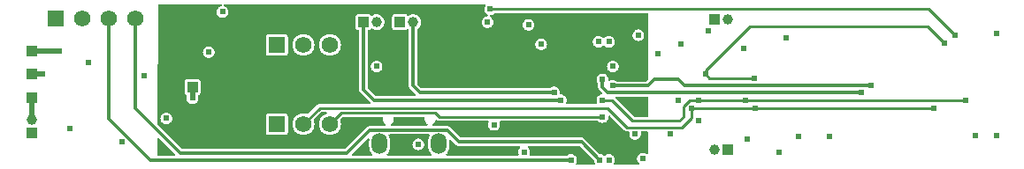
<source format=gbl>
G04 Layer: BottomLayer*
G04 EasyEDA v6.5.22, 2023-02-02 12:04:13*
G04 e40c6f2ac48d42a8ab01bc531f02f979,d89026aa57f64e8aa15d5895f5b481f1,10*
G04 Gerber Generator version 0.2*
G04 Scale: 100 percent, Rotated: No, Reflected: No *
G04 Dimensions in millimeters *
G04 leading zeros omitted , absolute positions ,4 integer and 5 decimal *
%FSLAX45Y45*%
%MOMM*%

%AMMACRO1*21,1,$1,$2,0,0,$3*%
%ADD10C,0.2500*%
%ADD11C,0.3000*%
%ADD12C,0.5000*%
%ADD13MACRO1,1.016X1.016X0.0000*%
%ADD14R,1.0160X1.0160*%
%ADD15O,1.499997X1.9999959999999999*%
%ADD16R,1.0000X1.0000*%
%ADD17C,1.0000*%
%ADD18C,1.5748*%
%ADD19R,1.5748X1.5748*%
%ADD20C,0.6096*%
%ADD21C,0.0110*%

%LPD*%
G36*
X5970066Y-1111707D02*
G01*
X5966206Y-1110945D01*
X5962904Y-1108710D01*
X5787694Y-933297D01*
X5785459Y-929995D01*
X5784697Y-926084D01*
X5785459Y-922223D01*
X5787694Y-918921D01*
X5790996Y-916686D01*
X5794857Y-915924D01*
X6089853Y-915924D01*
X6093714Y-916736D01*
X6097016Y-918921D01*
X6099200Y-922223D01*
X6100013Y-926084D01*
X6100013Y-1101547D01*
X6099200Y-1105408D01*
X6097016Y-1108710D01*
X6093714Y-1110945D01*
X6089853Y-1111707D01*
G37*

%LPD*%
G36*
X3644900Y-1196594D02*
G01*
X3640683Y-1195679D01*
X3637229Y-1193088D01*
X3635146Y-1189329D01*
X3634841Y-1185062D01*
X3636314Y-1180998D01*
X3639312Y-1177950D01*
X3644239Y-1174648D01*
X3650843Y-1168349D01*
X3656228Y-1160983D01*
X3660140Y-1152753D01*
X3662578Y-1143965D01*
X3663391Y-1134922D01*
X3662375Y-1124559D01*
X3662883Y-1120394D01*
X3664965Y-1116736D01*
X3668420Y-1114298D01*
X3672535Y-1113383D01*
X3952798Y-1113383D01*
X3957065Y-1114348D01*
X3960571Y-1117041D01*
X3962603Y-1120952D01*
X3962755Y-1125372D01*
X3961892Y-1130350D01*
X3961892Y-1139444D01*
X3963517Y-1148435D01*
X3966718Y-1156970D01*
X3971391Y-1164793D01*
X3977386Y-1171651D01*
X3988104Y-1180388D01*
X3989882Y-1184452D01*
X3989781Y-1188923D01*
X3987800Y-1192885D01*
X3984294Y-1195628D01*
X3979926Y-1196594D01*
G37*

%LPD*%
G36*
X1646224Y-1421638D02*
G01*
X1642364Y-1420876D01*
X1639062Y-1418640D01*
X1406448Y-1186078D01*
X1404264Y-1182725D01*
X1403502Y-1178814D01*
X1411528Y-36017D01*
X1412341Y-32105D01*
X1414526Y-28854D01*
X1417828Y-26670D01*
X1421688Y-25908D01*
X2007463Y-25908D01*
X2011527Y-26771D01*
X2014880Y-29159D01*
X2017014Y-32715D01*
X2017572Y-36830D01*
X2016404Y-40792D01*
X2013762Y-43992D01*
X2010054Y-45872D01*
X2005736Y-47040D01*
X1996795Y-51206D01*
X1988769Y-56845D01*
X1981809Y-63754D01*
X1976170Y-71831D01*
X1972056Y-80721D01*
X1969516Y-90220D01*
X1968652Y-100025D01*
X1969516Y-109778D01*
X1972056Y-119278D01*
X1976170Y-128168D01*
X1981809Y-136245D01*
X1988769Y-143154D01*
X1996795Y-148793D01*
X2005736Y-152958D01*
X2015185Y-155498D01*
X2024989Y-156362D01*
X2034793Y-155498D01*
X2044242Y-152958D01*
X2053183Y-148793D01*
X2061210Y-143154D01*
X2068169Y-136245D01*
X2073808Y-128168D01*
X2077923Y-119278D01*
X2080463Y-109778D01*
X2081326Y-100025D01*
X2080463Y-90220D01*
X2077923Y-80721D01*
X2073808Y-71831D01*
X2068169Y-63754D01*
X2061210Y-56845D01*
X2053183Y-51206D01*
X2044242Y-47040D01*
X2039924Y-45872D01*
X2036216Y-43992D01*
X2033574Y-40792D01*
X2032406Y-36830D01*
X2032965Y-32715D01*
X2035098Y-29159D01*
X2038451Y-26771D01*
X2042515Y-25908D01*
X4533849Y-25908D01*
X4538116Y-26873D01*
X4541621Y-29514D01*
X4543653Y-33426D01*
X4543856Y-37846D01*
X4542129Y-41910D01*
X4538675Y-46837D01*
X4534560Y-55727D01*
X4532020Y-65227D01*
X4531156Y-75031D01*
X4532020Y-84785D01*
X4534560Y-94284D01*
X4538675Y-103174D01*
X4544314Y-111252D01*
X4551273Y-118160D01*
X4559300Y-123799D01*
X4561281Y-124714D01*
X4564786Y-127406D01*
X4566818Y-131318D01*
X4567021Y-135686D01*
X4565294Y-139750D01*
X4562094Y-142748D01*
X4557877Y-144068D01*
X4552696Y-144526D01*
X4543247Y-147066D01*
X4534306Y-151180D01*
X4526280Y-156819D01*
X4519320Y-163779D01*
X4513681Y-171805D01*
X4509566Y-180746D01*
X4507026Y-190195D01*
X4506163Y-199999D01*
X4507026Y-209804D01*
X4509566Y-219252D01*
X4513681Y-228193D01*
X4519320Y-236220D01*
X4526280Y-243179D01*
X4534306Y-248818D01*
X4543247Y-252933D01*
X4552696Y-255473D01*
X4562500Y-256336D01*
X4572304Y-255473D01*
X4581753Y-252933D01*
X4590694Y-248818D01*
X4598720Y-243179D01*
X4605680Y-236220D01*
X4611319Y-228193D01*
X4615434Y-219252D01*
X4617974Y-209804D01*
X4618837Y-199999D01*
X4617974Y-190195D01*
X4615434Y-180746D01*
X4611319Y-171805D01*
X4605680Y-163779D01*
X4598720Y-156819D01*
X4590694Y-151180D01*
X4588713Y-150266D01*
X4585208Y-147624D01*
X4583176Y-143713D01*
X4582972Y-139293D01*
X4584700Y-135229D01*
X4587900Y-132283D01*
X4592116Y-130962D01*
X4597298Y-130505D01*
X4606747Y-127965D01*
X4615688Y-123799D01*
X4623714Y-118160D01*
X4625492Y-116382D01*
X4628794Y-114198D01*
X4632706Y-113385D01*
X6089853Y-113385D01*
X6093714Y-114198D01*
X6097016Y-116382D01*
X6099200Y-119684D01*
X6100013Y-123545D01*
X6100013Y-750570D01*
X6099200Y-754430D01*
X6097016Y-757732D01*
X6086094Y-768654D01*
X6082792Y-770890D01*
X6078931Y-771652D01*
X5805220Y-771652D01*
X5802172Y-771144D01*
X5799378Y-769823D01*
X5790692Y-763676D01*
X5781751Y-759561D01*
X5772302Y-757021D01*
X5762498Y-756158D01*
X5752693Y-757021D01*
X5743244Y-759561D01*
X5730849Y-765200D01*
X5727039Y-765352D01*
X5723432Y-764082D01*
X5720588Y-761593D01*
X5718860Y-758190D01*
X5718454Y-754430D01*
X5718860Y-750011D01*
X5717997Y-740206D01*
X5715457Y-730758D01*
X5711291Y-721817D01*
X5705652Y-713790D01*
X5698744Y-706831D01*
X5690666Y-701192D01*
X5681776Y-697077D01*
X5672277Y-694537D01*
X5662523Y-693674D01*
X5652719Y-694537D01*
X5643219Y-697077D01*
X5634329Y-701192D01*
X5626252Y-706831D01*
X5619343Y-713790D01*
X5613704Y-721817D01*
X5609539Y-730758D01*
X5606999Y-740206D01*
X5606135Y-750011D01*
X5606999Y-759815D01*
X5609539Y-769264D01*
X5613704Y-778205D01*
X5619750Y-786841D01*
X5621121Y-789584D01*
X5621578Y-792683D01*
X5621578Y-824484D01*
X5622442Y-832967D01*
X5624728Y-840638D01*
X5628538Y-847699D01*
X5633923Y-854303D01*
X5657189Y-877519D01*
X5659475Y-881075D01*
X5660136Y-885240D01*
X5659069Y-889355D01*
X5656376Y-892606D01*
X5652617Y-894537D01*
X5643219Y-897077D01*
X5634329Y-901192D01*
X5626252Y-906830D01*
X5619343Y-913790D01*
X5613704Y-921816D01*
X5609539Y-930757D01*
X5606999Y-940206D01*
X5606135Y-950010D01*
X5606999Y-959815D01*
X5609539Y-969264D01*
X5610809Y-972007D01*
X5611774Y-975969D01*
X5611114Y-979982D01*
X5608929Y-983386D01*
X5605576Y-985672D01*
X5601614Y-986485D01*
X5323382Y-986485D01*
X5319420Y-985672D01*
X5316067Y-983386D01*
X5313883Y-979982D01*
X5313222Y-975969D01*
X5314188Y-972007D01*
X5315458Y-969264D01*
X5317998Y-959815D01*
X5318861Y-950010D01*
X5317998Y-940206D01*
X5315458Y-930757D01*
X5311292Y-921816D01*
X5305653Y-913790D01*
X5298744Y-906830D01*
X5290667Y-901192D01*
X5281777Y-897077D01*
X5272278Y-894537D01*
X5264912Y-893876D01*
X5261102Y-892759D01*
X5258003Y-890269D01*
X5256072Y-886815D01*
X5255666Y-882853D01*
X5256326Y-875030D01*
X5255463Y-865225D01*
X5252923Y-855726D01*
X5248808Y-846836D01*
X5243169Y-838758D01*
X5236210Y-831850D01*
X5228183Y-826211D01*
X5219242Y-822045D01*
X5209794Y-819505D01*
X5199989Y-818641D01*
X5190185Y-819505D01*
X5180736Y-822045D01*
X5171795Y-826211D01*
X5163159Y-832256D01*
X5160416Y-833628D01*
X5157317Y-834085D01*
X3933647Y-834085D01*
X3929786Y-833323D01*
X3926484Y-831138D01*
X3893921Y-798576D01*
X3891686Y-795274D01*
X3890924Y-791362D01*
X3891787Y-269240D01*
X3892346Y-265887D01*
X3893972Y-262991D01*
X3905656Y-252628D01*
X3913073Y-243636D01*
X3919016Y-233679D01*
X3923334Y-222910D01*
X3925976Y-211582D01*
X3926890Y-199999D01*
X3925976Y-188417D01*
X3923334Y-177088D01*
X3919016Y-166319D01*
X3913073Y-156362D01*
X3905656Y-147370D01*
X3896969Y-139649D01*
X3887266Y-133350D01*
X3876649Y-128574D01*
X3865422Y-125526D01*
X3853891Y-124155D01*
X3842308Y-124612D01*
X3830878Y-126847D01*
X3819956Y-130759D01*
X3805326Y-138582D01*
X3801160Y-138734D01*
X3797249Y-137109D01*
X3790086Y-129794D01*
X3785209Y-126695D01*
X3779723Y-124815D01*
X3773424Y-124104D01*
X3674567Y-124104D01*
X3668217Y-124815D01*
X3662781Y-126695D01*
X3657904Y-129794D01*
X3653790Y-133908D01*
X3650691Y-138785D01*
X3648811Y-144272D01*
X3648100Y-150571D01*
X3648100Y-249428D01*
X3648811Y-255727D01*
X3650691Y-261213D01*
X3653790Y-266090D01*
X3657904Y-270205D01*
X3662781Y-273304D01*
X3668217Y-275183D01*
X3674567Y-275894D01*
X3773424Y-275894D01*
X3779723Y-275183D01*
X3785209Y-273304D01*
X3790086Y-270205D01*
X3792626Y-267665D01*
X3795928Y-265480D01*
X3799840Y-264718D01*
X3803700Y-265480D01*
X3807002Y-267716D01*
X3809187Y-270967D01*
X3809949Y-274878D01*
X3809085Y-811936D01*
X3809898Y-820419D01*
X3812235Y-828090D01*
X3815994Y-835152D01*
X3821379Y-841705D01*
X3871417Y-891743D01*
X3873601Y-895045D01*
X3874363Y-898956D01*
X3873601Y-902817D01*
X3871417Y-906119D01*
X3868115Y-908354D01*
X3864203Y-909116D01*
X3496157Y-909116D01*
X3492296Y-908354D01*
X3488994Y-906119D01*
X3417874Y-835050D01*
X3415690Y-831748D01*
X3414928Y-827836D01*
X3414928Y-285953D01*
X3415588Y-282346D01*
X3417519Y-279196D01*
X3420414Y-276910D01*
X3423920Y-275844D01*
X3429762Y-275183D01*
X3435197Y-273304D01*
X3440125Y-270205D01*
X3447237Y-262890D01*
X3451148Y-261264D01*
X3455314Y-261416D01*
X3469944Y-269240D01*
X3480866Y-273151D01*
X3492296Y-275386D01*
X3503879Y-275844D01*
X3515461Y-274472D01*
X3526637Y-271424D01*
X3537254Y-266649D01*
X3547008Y-260350D01*
X3555644Y-252628D01*
X3563061Y-243636D01*
X3569004Y-233679D01*
X3573322Y-222910D01*
X3575964Y-211582D01*
X3576878Y-199999D01*
X3575964Y-188417D01*
X3573322Y-177088D01*
X3569004Y-166319D01*
X3563061Y-156362D01*
X3555644Y-147370D01*
X3547008Y-139649D01*
X3537254Y-133350D01*
X3526637Y-128574D01*
X3515461Y-125526D01*
X3503879Y-124155D01*
X3492296Y-124612D01*
X3480866Y-126847D01*
X3469944Y-130759D01*
X3455314Y-138582D01*
X3451148Y-138734D01*
X3447237Y-137109D01*
X3440125Y-129794D01*
X3435197Y-126695D01*
X3429762Y-124815D01*
X3423412Y-124104D01*
X3324555Y-124104D01*
X3318256Y-124815D01*
X3312769Y-126695D01*
X3307892Y-129794D01*
X3303778Y-133908D01*
X3300729Y-138785D01*
X3298799Y-144272D01*
X3298088Y-150571D01*
X3298088Y-249428D01*
X3298799Y-255727D01*
X3300729Y-261213D01*
X3303778Y-266090D01*
X3307892Y-270205D01*
X3312769Y-273304D01*
X3318256Y-275183D01*
X3324098Y-275844D01*
X3327603Y-276910D01*
X3330498Y-279196D01*
X3332429Y-282346D01*
X3333089Y-285953D01*
X3333089Y-848512D01*
X3333953Y-856996D01*
X3336239Y-864666D01*
X3340049Y-871728D01*
X3345434Y-878281D01*
X3436264Y-969162D01*
X3438499Y-972413D01*
X3439261Y-976325D01*
X3438499Y-980186D01*
X3436264Y-983487D01*
X3432962Y-985723D01*
X3429101Y-986485D01*
X2956560Y-986485D01*
X2948584Y-987247D01*
X2941370Y-989431D01*
X2934716Y-992987D01*
X2928518Y-998067D01*
X2846273Y-1080465D01*
X2843174Y-1082598D01*
X2839567Y-1083462D01*
X2835859Y-1082903D01*
X2827070Y-1079957D01*
X2813659Y-1077264D01*
X2799994Y-1076350D01*
X2786329Y-1077264D01*
X2772918Y-1079957D01*
X2759964Y-1084326D01*
X2747670Y-1090371D01*
X2736291Y-1097991D01*
X2726029Y-1107033D01*
X2716987Y-1117295D01*
X2709367Y-1128674D01*
X2703322Y-1140968D01*
X2698953Y-1153922D01*
X2696260Y-1167333D01*
X2695346Y-1180998D01*
X2696260Y-1194663D01*
X2698953Y-1208074D01*
X2703322Y-1221028D01*
X2709367Y-1233322D01*
X2716987Y-1244701D01*
X2726029Y-1254963D01*
X2736291Y-1264005D01*
X2747670Y-1271625D01*
X2759964Y-1277670D01*
X2772918Y-1282039D01*
X2786329Y-1284732D01*
X2799994Y-1285646D01*
X2813659Y-1284732D01*
X2827070Y-1282039D01*
X2840024Y-1277670D01*
X2852318Y-1271625D01*
X2863697Y-1264005D01*
X2873959Y-1254963D01*
X2883001Y-1244701D01*
X2890621Y-1233322D01*
X2896666Y-1221028D01*
X2901035Y-1208074D01*
X2903728Y-1194663D01*
X2904642Y-1180998D01*
X2903728Y-1167333D01*
X2901035Y-1153922D01*
X2898140Y-1145286D01*
X2897581Y-1141577D01*
X2898444Y-1137920D01*
X2900578Y-1134821D01*
X2969006Y-1066292D01*
X2972308Y-1064056D01*
X2976168Y-1063294D01*
X3014370Y-1063294D01*
X3018383Y-1064107D01*
X3021685Y-1066393D01*
X3023870Y-1069848D01*
X3024530Y-1073861D01*
X3023565Y-1077772D01*
X3021177Y-1081024D01*
X3017672Y-1083056D01*
X3013964Y-1084326D01*
X3001670Y-1090371D01*
X2990291Y-1097991D01*
X2980029Y-1107033D01*
X2970987Y-1117295D01*
X2963367Y-1128674D01*
X2957322Y-1140968D01*
X2952953Y-1153922D01*
X2950260Y-1167333D01*
X2949346Y-1180998D01*
X2950260Y-1194663D01*
X2952953Y-1208074D01*
X2957322Y-1221028D01*
X2963367Y-1233322D01*
X2970987Y-1244701D01*
X2980029Y-1254963D01*
X2990291Y-1264005D01*
X3001670Y-1271625D01*
X3013964Y-1277670D01*
X3026918Y-1282039D01*
X3040329Y-1284732D01*
X3053994Y-1285646D01*
X3067659Y-1284732D01*
X3081070Y-1282039D01*
X3094024Y-1277670D01*
X3106318Y-1271625D01*
X3117697Y-1264005D01*
X3127959Y-1254963D01*
X3137001Y-1244701D01*
X3144621Y-1233322D01*
X3150666Y-1221028D01*
X3155035Y-1208074D01*
X3157728Y-1194663D01*
X3158642Y-1180998D01*
X3157728Y-1167333D01*
X3155035Y-1153922D01*
X3152089Y-1145235D01*
X3151581Y-1141526D01*
X3152444Y-1137869D01*
X3154527Y-1134770D01*
X3172917Y-1116380D01*
X3176219Y-1114196D01*
X3180130Y-1113383D01*
X3552799Y-1113383D01*
X3557066Y-1114348D01*
X3560572Y-1117041D01*
X3562604Y-1120952D01*
X3562756Y-1125372D01*
X3561892Y-1130350D01*
X3561892Y-1139444D01*
X3563518Y-1148435D01*
X3566718Y-1156970D01*
X3571392Y-1164793D01*
X3577386Y-1171651D01*
X3588105Y-1180388D01*
X3589883Y-1184452D01*
X3589782Y-1188923D01*
X3587800Y-1192885D01*
X3584295Y-1195628D01*
X3579926Y-1196594D01*
X3437890Y-1196594D01*
X3429406Y-1197406D01*
X3421735Y-1199743D01*
X3414674Y-1203502D01*
X3408121Y-1208887D01*
X3198622Y-1418640D01*
X3195320Y-1420825D01*
X3191408Y-1421638D01*
G37*

%LPC*%
G36*
X2467813Y-1285646D02*
G01*
X2624175Y-1285646D01*
X2630474Y-1284935D01*
X2635961Y-1283004D01*
X2640838Y-1279956D01*
X2644952Y-1275842D01*
X2648000Y-1270965D01*
X2649931Y-1265478D01*
X2650642Y-1259179D01*
X2650642Y-1102817D01*
X2649931Y-1096518D01*
X2648000Y-1091031D01*
X2644952Y-1086154D01*
X2640838Y-1082040D01*
X2635961Y-1078992D01*
X2630474Y-1077061D01*
X2624175Y-1076350D01*
X2467813Y-1076350D01*
X2461514Y-1077061D01*
X2456027Y-1078992D01*
X2451150Y-1082040D01*
X2447036Y-1086154D01*
X2443988Y-1091031D01*
X2442057Y-1096518D01*
X2441346Y-1102817D01*
X2441346Y-1259179D01*
X2442057Y-1265478D01*
X2443988Y-1270965D01*
X2447036Y-1275842D01*
X2451150Y-1279956D01*
X2456027Y-1283004D01*
X2461514Y-1284935D01*
G37*
G36*
X1487525Y-1181354D02*
G01*
X1497279Y-1180490D01*
X1506778Y-1177950D01*
X1515668Y-1173784D01*
X1523746Y-1168146D01*
X1530654Y-1161237D01*
X1536293Y-1153160D01*
X1540459Y-1144270D01*
X1542999Y-1134770D01*
X1543862Y-1125016D01*
X1542999Y-1115212D01*
X1540459Y-1105712D01*
X1536293Y-1096822D01*
X1530654Y-1088745D01*
X1523746Y-1081836D01*
X1515668Y-1076198D01*
X1506778Y-1072032D01*
X1497279Y-1069492D01*
X1487525Y-1068628D01*
X1477721Y-1069492D01*
X1468221Y-1072032D01*
X1459331Y-1076198D01*
X1451254Y-1081836D01*
X1444345Y-1088745D01*
X1438706Y-1096822D01*
X1434541Y-1105712D01*
X1432001Y-1115212D01*
X1431137Y-1125016D01*
X1432001Y-1134770D01*
X1434541Y-1144270D01*
X1438706Y-1153160D01*
X1444345Y-1161237D01*
X1451254Y-1168146D01*
X1459331Y-1173784D01*
X1468221Y-1177950D01*
X1477721Y-1180490D01*
G37*
G36*
X1737360Y-987145D02*
G01*
X1747164Y-986282D01*
X1756613Y-983742D01*
X1765554Y-979576D01*
X1773580Y-973937D01*
X1780539Y-967028D01*
X1786178Y-958951D01*
X1790293Y-950061D01*
X1792833Y-940562D01*
X1793697Y-930808D01*
X1792833Y-921003D01*
X1790496Y-912215D01*
X1790192Y-908456D01*
X1791309Y-904798D01*
X1793697Y-901852D01*
X1796948Y-899972D01*
X1799488Y-899109D01*
X1804416Y-896010D01*
X1808480Y-891895D01*
X1811578Y-887018D01*
X1813509Y-881532D01*
X1814220Y-875233D01*
X1814220Y-774750D01*
X1813509Y-768451D01*
X1811578Y-762965D01*
X1808480Y-758088D01*
X1804416Y-753973D01*
X1799488Y-750925D01*
X1794052Y-748995D01*
X1787702Y-748284D01*
X1687271Y-748284D01*
X1680921Y-748995D01*
X1675485Y-750925D01*
X1670608Y-753973D01*
X1666493Y-758088D01*
X1663395Y-762965D01*
X1661515Y-768451D01*
X1660804Y-774750D01*
X1660804Y-875233D01*
X1661515Y-881532D01*
X1663395Y-887018D01*
X1666493Y-891895D01*
X1670608Y-896010D01*
X1675485Y-899109D01*
X1677771Y-899871D01*
X1681073Y-901801D01*
X1683410Y-904748D01*
X1684528Y-908354D01*
X1684223Y-912114D01*
X1681886Y-921003D01*
X1681022Y-930808D01*
X1681886Y-940562D01*
X1684426Y-950061D01*
X1688541Y-958951D01*
X1694180Y-967028D01*
X1701139Y-973937D01*
X1709166Y-979576D01*
X1718106Y-983742D01*
X1727555Y-986282D01*
G37*
G36*
X3500018Y-681329D02*
G01*
X3509772Y-680466D01*
X3519271Y-677926D01*
X3528161Y-673811D01*
X3536238Y-668172D01*
X3543147Y-661212D01*
X3548786Y-653186D01*
X3552951Y-644245D01*
X3555492Y-634796D01*
X3556355Y-624992D01*
X3555492Y-615188D01*
X3552951Y-605739D01*
X3548786Y-596798D01*
X3543147Y-588772D01*
X3536238Y-581812D01*
X3528161Y-576173D01*
X3519271Y-572058D01*
X3509772Y-569518D01*
X3500018Y-568655D01*
X3490214Y-569518D01*
X3480714Y-572058D01*
X3471824Y-576173D01*
X3463747Y-581812D01*
X3456838Y-588772D01*
X3451199Y-596798D01*
X3447034Y-605739D01*
X3444494Y-615188D01*
X3443630Y-624992D01*
X3444494Y-634796D01*
X3447034Y-644245D01*
X3451199Y-653186D01*
X3456838Y-661212D01*
X3463747Y-668172D01*
X3471824Y-673811D01*
X3480714Y-677926D01*
X3490214Y-680466D01*
G37*
G36*
X5762498Y-681329D02*
G01*
X5772302Y-680466D01*
X5781751Y-677926D01*
X5790692Y-673811D01*
X5798718Y-668172D01*
X5805678Y-661212D01*
X5811316Y-653186D01*
X5815431Y-644245D01*
X5817971Y-634796D01*
X5818835Y-624992D01*
X5817971Y-615188D01*
X5815431Y-605739D01*
X5811316Y-596798D01*
X5805678Y-588772D01*
X5798718Y-581812D01*
X5790692Y-576173D01*
X5781751Y-572058D01*
X5772302Y-569518D01*
X5762498Y-568655D01*
X5752693Y-569518D01*
X5743244Y-572058D01*
X5734304Y-576173D01*
X5726277Y-581812D01*
X5719318Y-588772D01*
X5713679Y-596798D01*
X5709564Y-605739D01*
X5707024Y-615188D01*
X5706160Y-624992D01*
X5707024Y-634796D01*
X5709564Y-644245D01*
X5713679Y-653186D01*
X5719318Y-661212D01*
X5726277Y-668172D01*
X5734304Y-673811D01*
X5743244Y-677926D01*
X5752693Y-680466D01*
G37*
G36*
X1893316Y-543864D02*
G01*
X1903069Y-543001D01*
X1912569Y-540461D01*
X1921459Y-536295D01*
X1929536Y-530656D01*
X1936445Y-523748D01*
X1942084Y-515670D01*
X1946249Y-506780D01*
X1948789Y-497281D01*
X1949653Y-487527D01*
X1948789Y-477723D01*
X1946249Y-468223D01*
X1942084Y-459333D01*
X1936445Y-451256D01*
X1929536Y-444347D01*
X1921459Y-438708D01*
X1912569Y-434543D01*
X1903069Y-432003D01*
X1893316Y-431139D01*
X1883511Y-432003D01*
X1874012Y-434543D01*
X1865122Y-438708D01*
X1857044Y-444347D01*
X1850136Y-451256D01*
X1844497Y-459333D01*
X1840331Y-468223D01*
X1837791Y-477723D01*
X1836928Y-487527D01*
X1837791Y-497281D01*
X1840331Y-506780D01*
X1844497Y-515670D01*
X1850136Y-523748D01*
X1857044Y-530656D01*
X1865122Y-536295D01*
X1874012Y-540461D01*
X1883511Y-543001D01*
G37*
G36*
X3053994Y-523646D02*
G01*
X3067659Y-522732D01*
X3081070Y-520039D01*
X3094024Y-515670D01*
X3106318Y-509625D01*
X3117697Y-502005D01*
X3127959Y-492963D01*
X3137001Y-482701D01*
X3144621Y-471322D01*
X3150666Y-459028D01*
X3155035Y-446074D01*
X3157728Y-432663D01*
X3158642Y-418998D01*
X3157728Y-405333D01*
X3155035Y-391922D01*
X3150666Y-378968D01*
X3144621Y-366674D01*
X3137001Y-355295D01*
X3127959Y-345033D01*
X3117697Y-335991D01*
X3106318Y-328371D01*
X3094024Y-322326D01*
X3081070Y-317957D01*
X3067659Y-315264D01*
X3053994Y-314350D01*
X3040329Y-315264D01*
X3026918Y-317957D01*
X3013964Y-322326D01*
X3001670Y-328371D01*
X2990291Y-335991D01*
X2980029Y-345033D01*
X2970987Y-355295D01*
X2963367Y-366674D01*
X2957322Y-378968D01*
X2952953Y-391922D01*
X2950260Y-405333D01*
X2949346Y-418998D01*
X2950260Y-432663D01*
X2952953Y-446074D01*
X2957322Y-459028D01*
X2963367Y-471322D01*
X2970987Y-482701D01*
X2980029Y-492963D01*
X2990291Y-502005D01*
X3001670Y-509625D01*
X3013964Y-515670D01*
X3026918Y-520039D01*
X3040329Y-522732D01*
G37*
G36*
X2799994Y-523646D02*
G01*
X2813659Y-522732D01*
X2827070Y-520039D01*
X2840024Y-515670D01*
X2852318Y-509625D01*
X2863697Y-502005D01*
X2873959Y-492963D01*
X2883001Y-482701D01*
X2890621Y-471322D01*
X2896666Y-459028D01*
X2901035Y-446074D01*
X2903728Y-432663D01*
X2904642Y-418998D01*
X2903728Y-405333D01*
X2901035Y-391922D01*
X2896666Y-378968D01*
X2890621Y-366674D01*
X2883001Y-355295D01*
X2873959Y-345033D01*
X2863697Y-335991D01*
X2852318Y-328371D01*
X2840024Y-322326D01*
X2827070Y-317957D01*
X2813659Y-315264D01*
X2799994Y-314350D01*
X2786329Y-315264D01*
X2772918Y-317957D01*
X2759964Y-322326D01*
X2747670Y-328371D01*
X2736291Y-335991D01*
X2726029Y-345033D01*
X2716987Y-355295D01*
X2709367Y-366674D01*
X2703322Y-378968D01*
X2698953Y-391922D01*
X2696260Y-405333D01*
X2695346Y-418998D01*
X2696260Y-432663D01*
X2698953Y-446074D01*
X2703322Y-459028D01*
X2709367Y-471322D01*
X2716987Y-482701D01*
X2726029Y-492963D01*
X2736291Y-502005D01*
X2747670Y-509625D01*
X2759964Y-515670D01*
X2772918Y-520039D01*
X2786329Y-522732D01*
G37*
G36*
X2467813Y-523646D02*
G01*
X2624175Y-523646D01*
X2630474Y-522935D01*
X2635961Y-521004D01*
X2640838Y-517956D01*
X2644952Y-513842D01*
X2648000Y-508965D01*
X2649931Y-503478D01*
X2650642Y-497179D01*
X2650642Y-340817D01*
X2649931Y-334518D01*
X2648000Y-329031D01*
X2644952Y-324154D01*
X2640838Y-320040D01*
X2635961Y-316992D01*
X2630474Y-315061D01*
X2624175Y-314350D01*
X2467813Y-314350D01*
X2461514Y-315061D01*
X2456027Y-316992D01*
X2451150Y-320040D01*
X2447036Y-324154D01*
X2443988Y-329031D01*
X2442057Y-334518D01*
X2441346Y-340817D01*
X2441346Y-497179D01*
X2442057Y-503478D01*
X2443988Y-508965D01*
X2447036Y-513842D01*
X2451150Y-517956D01*
X2456027Y-521004D01*
X2461514Y-522935D01*
G37*
G36*
X5075021Y-468833D02*
G01*
X5084775Y-467969D01*
X5094274Y-465429D01*
X5103164Y-461314D01*
X5111242Y-455676D01*
X5118150Y-448716D01*
X5123789Y-440690D01*
X5127955Y-431749D01*
X5130495Y-422300D01*
X5131358Y-412496D01*
X5130495Y-402691D01*
X5127955Y-393242D01*
X5123789Y-384302D01*
X5118150Y-376275D01*
X5111242Y-369316D01*
X5103164Y-363677D01*
X5094274Y-359562D01*
X5084775Y-357022D01*
X5075021Y-356158D01*
X5065217Y-357022D01*
X5055717Y-359562D01*
X5046827Y-363677D01*
X5038750Y-369316D01*
X5031841Y-376275D01*
X5026202Y-384302D01*
X5022037Y-393242D01*
X5019497Y-402691D01*
X5018633Y-412496D01*
X5019497Y-422300D01*
X5022037Y-431749D01*
X5026202Y-440690D01*
X5031841Y-448716D01*
X5038750Y-455676D01*
X5046827Y-461314D01*
X5055717Y-465429D01*
X5065217Y-467969D01*
G37*
G36*
X5624982Y-443839D02*
G01*
X5634786Y-442976D01*
X5644235Y-440435D01*
X5653176Y-436321D01*
X5661202Y-430682D01*
X5667806Y-424078D01*
X5671108Y-421893D01*
X5674969Y-421081D01*
X5678881Y-421893D01*
X5682183Y-424078D01*
X5688736Y-430682D01*
X5696813Y-436321D01*
X5705703Y-440435D01*
X5715203Y-442976D01*
X5725007Y-443839D01*
X5734761Y-442976D01*
X5744260Y-440435D01*
X5753150Y-436321D01*
X5761228Y-430682D01*
X5768136Y-423722D01*
X5773775Y-415696D01*
X5777941Y-406755D01*
X5780481Y-397306D01*
X5781344Y-387502D01*
X5780481Y-377698D01*
X5777941Y-368249D01*
X5773775Y-359308D01*
X5768136Y-351282D01*
X5761228Y-344322D01*
X5753150Y-338683D01*
X5744260Y-334568D01*
X5734761Y-332028D01*
X5725007Y-331165D01*
X5715203Y-332028D01*
X5705703Y-334568D01*
X5696813Y-338683D01*
X5688736Y-344322D01*
X5682183Y-350926D01*
X5678881Y-353110D01*
X5674969Y-353923D01*
X5671108Y-353110D01*
X5667806Y-350926D01*
X5661202Y-344322D01*
X5653176Y-338683D01*
X5644235Y-334568D01*
X5634786Y-332028D01*
X5624982Y-331165D01*
X5615178Y-332028D01*
X5605729Y-334568D01*
X5596788Y-338683D01*
X5588762Y-344322D01*
X5581802Y-351282D01*
X5576163Y-359308D01*
X5572048Y-368249D01*
X5569508Y-377698D01*
X5568645Y-387502D01*
X5569508Y-397306D01*
X5572048Y-406755D01*
X5576163Y-415696D01*
X5581802Y-423722D01*
X5588762Y-430682D01*
X5596788Y-436321D01*
X5605729Y-440435D01*
X5615178Y-442976D01*
G37*
G36*
X6005779Y-381355D02*
G01*
X6015583Y-380492D01*
X6025032Y-377952D01*
X6033973Y-373786D01*
X6041999Y-368147D01*
X6048959Y-361238D01*
X6054598Y-353161D01*
X6058712Y-344271D01*
X6061252Y-334772D01*
X6062116Y-325018D01*
X6061252Y-315214D01*
X6058712Y-305714D01*
X6054598Y-296824D01*
X6048959Y-288747D01*
X6041999Y-281838D01*
X6033973Y-276199D01*
X6025032Y-272034D01*
X6015583Y-269494D01*
X6005779Y-268630D01*
X5995974Y-269494D01*
X5986526Y-272034D01*
X5977585Y-276199D01*
X5969558Y-281838D01*
X5962599Y-288747D01*
X5956960Y-296824D01*
X5952845Y-305714D01*
X5950305Y-315214D01*
X5949442Y-325018D01*
X5950305Y-334772D01*
X5952845Y-344271D01*
X5956960Y-353161D01*
X5962599Y-361238D01*
X5969558Y-368147D01*
X5977585Y-373786D01*
X5986526Y-377952D01*
X5995974Y-380492D01*
G37*
G36*
X4954778Y-281381D02*
G01*
X4964531Y-280517D01*
X4974031Y-277977D01*
X4982921Y-273812D01*
X4990998Y-268173D01*
X4997907Y-261264D01*
X5003546Y-253187D01*
X5007711Y-244297D01*
X5010251Y-234797D01*
X5011115Y-225044D01*
X5010251Y-215239D01*
X5007711Y-205740D01*
X5003546Y-196850D01*
X4997907Y-188772D01*
X4990998Y-181864D01*
X4982921Y-176225D01*
X4974031Y-172059D01*
X4964531Y-169519D01*
X4954778Y-168656D01*
X4944973Y-169519D01*
X4935474Y-172059D01*
X4926584Y-176225D01*
X4918506Y-181864D01*
X4911598Y-188772D01*
X4905959Y-196850D01*
X4901793Y-205740D01*
X4899253Y-215239D01*
X4898390Y-225044D01*
X4899253Y-234797D01*
X4901793Y-244297D01*
X4905959Y-253187D01*
X4911598Y-261264D01*
X4918506Y-268173D01*
X4926584Y-273812D01*
X4935474Y-277977D01*
X4944973Y-280517D01*
G37*

%LPD*%
G36*
X4173524Y-1484071D02*
G01*
X4169511Y-1483258D01*
X4166158Y-1480972D01*
X4164025Y-1477518D01*
X4163364Y-1473504D01*
X4164329Y-1469542D01*
X4166870Y-1466240D01*
X4175556Y-1456334D01*
X4182922Y-1445361D01*
X4188714Y-1433525D01*
X4192981Y-1421028D01*
X4195572Y-1408074D01*
X4196435Y-1394561D01*
X4196435Y-1345234D01*
X4196232Y-1341729D01*
X4196740Y-1337665D01*
X4198874Y-1334211D01*
X4202176Y-1331823D01*
X4206138Y-1330909D01*
X4210151Y-1331620D01*
X4213555Y-1333855D01*
X4258259Y-1378559D01*
X4264812Y-1383995D01*
X4271873Y-1387754D01*
X4279544Y-1390091D01*
X4288028Y-1390904D01*
X4867656Y-1390904D01*
X4871567Y-1391716D01*
X4874869Y-1393901D01*
X4877054Y-1397203D01*
X4877816Y-1401064D01*
X4877054Y-1404975D01*
X4874869Y-1408277D01*
X4869332Y-1413764D01*
X4863693Y-1421841D01*
X4859528Y-1430731D01*
X4856988Y-1440230D01*
X4856124Y-1450035D01*
X4856988Y-1459788D01*
X4860645Y-1473555D01*
X4859985Y-1477568D01*
X4857800Y-1480972D01*
X4854448Y-1483258D01*
X4850485Y-1484071D01*
G37*

%LPD*%
G36*
X1411579Y-1484071D02*
G01*
X1407668Y-1483309D01*
X1404366Y-1481074D01*
X1402181Y-1477772D01*
X1401419Y-1473860D01*
X1402486Y-1322222D01*
X1403299Y-1318361D01*
X1405483Y-1315059D01*
X1408785Y-1312926D01*
X1412646Y-1312164D01*
X1416558Y-1312926D01*
X1419809Y-1315110D01*
X1571447Y-1466748D01*
X1573631Y-1470050D01*
X1574444Y-1473911D01*
X1573631Y-1477822D01*
X1571447Y-1481124D01*
X1568145Y-1483309D01*
X1564284Y-1484071D01*
G37*

%LPD*%
G36*
X3273399Y-1484071D02*
G01*
X3269488Y-1483309D01*
X3266186Y-1481124D01*
X3264001Y-1477822D01*
X3263239Y-1473911D01*
X3264001Y-1470050D01*
X3266186Y-1466748D01*
X3412896Y-1319885D01*
X3416503Y-1317599D01*
X3420719Y-1316939D01*
X3424834Y-1318107D01*
X3428136Y-1320901D01*
X3429965Y-1324762D01*
X3430015Y-1329080D01*
X3429508Y-1331722D01*
X3428593Y-1345234D01*
X3428593Y-1394561D01*
X3429508Y-1408074D01*
X3432098Y-1421028D01*
X3436315Y-1433525D01*
X3442157Y-1445361D01*
X3449472Y-1456334D01*
X3458260Y-1466291D01*
X3460699Y-1469542D01*
X3461715Y-1473504D01*
X3461054Y-1477518D01*
X3458870Y-1480972D01*
X3455517Y-1483258D01*
X3451555Y-1484071D01*
G37*

%LPD*%
G36*
X3607511Y-1484071D02*
G01*
X3603498Y-1483258D01*
X3600145Y-1480972D01*
X3598011Y-1477518D01*
X3597351Y-1473504D01*
X3598367Y-1469542D01*
X3600856Y-1466240D01*
X3609543Y-1456334D01*
X3616909Y-1445361D01*
X3622751Y-1433525D01*
X3626967Y-1421028D01*
X3629558Y-1408074D01*
X3630422Y-1394561D01*
X3630422Y-1345234D01*
X3629558Y-1331722D01*
X3626967Y-1318818D01*
X3622751Y-1306322D01*
X3616706Y-1294180D01*
X3615131Y-1290167D01*
X3615385Y-1285798D01*
X3617417Y-1281938D01*
X3620922Y-1279347D01*
X3625189Y-1278382D01*
X3999890Y-1278382D01*
X4004157Y-1279347D01*
X4007612Y-1281938D01*
X4009644Y-1285798D01*
X4009948Y-1290167D01*
X4008170Y-1294485D01*
X4002328Y-1306322D01*
X3998061Y-1318818D01*
X3995521Y-1331722D01*
X3994607Y-1345234D01*
X3994607Y-1394561D01*
X3995521Y-1408074D01*
X3998061Y-1421028D01*
X4002328Y-1433525D01*
X4008170Y-1445361D01*
X4015486Y-1456334D01*
X4024274Y-1466291D01*
X4026712Y-1469542D01*
X4027678Y-1473504D01*
X4027068Y-1477518D01*
X4024884Y-1480972D01*
X4021531Y-1483258D01*
X4017568Y-1484071D01*
G37*

%LPC*%
G36*
X3899966Y-1431340D02*
G01*
X3909771Y-1430477D01*
X3919270Y-1427937D01*
X3928160Y-1423822D01*
X3936237Y-1418183D01*
X3943146Y-1411224D01*
X3948785Y-1403197D01*
X3952951Y-1394256D01*
X3955491Y-1384808D01*
X3956354Y-1375003D01*
X3955491Y-1365199D01*
X3952951Y-1355750D01*
X3948785Y-1346809D01*
X3943146Y-1338783D01*
X3936237Y-1331823D01*
X3928160Y-1326184D01*
X3919270Y-1322070D01*
X3909771Y-1319530D01*
X3899966Y-1318666D01*
X3890213Y-1319530D01*
X3880713Y-1322070D01*
X3871823Y-1326184D01*
X3863746Y-1331823D01*
X3856837Y-1338783D01*
X3851198Y-1346809D01*
X3847033Y-1355750D01*
X3844493Y-1365199D01*
X3843629Y-1375003D01*
X3844493Y-1384808D01*
X3847033Y-1394256D01*
X3851198Y-1403197D01*
X3856837Y-1411224D01*
X3863746Y-1418183D01*
X3871823Y-1423822D01*
X3880713Y-1427937D01*
X3890213Y-1430477D01*
G37*

%LPD*%
G36*
X5416143Y-1574088D02*
G01*
X5411876Y-1573123D01*
X5408371Y-1570482D01*
X5406339Y-1566570D01*
X5406136Y-1562150D01*
X5407863Y-1558086D01*
X5411317Y-1553159D01*
X5415432Y-1544269D01*
X5417972Y-1534769D01*
X5418836Y-1525016D01*
X5417972Y-1515211D01*
X5415432Y-1505712D01*
X5411317Y-1496822D01*
X5405678Y-1488744D01*
X5398719Y-1481836D01*
X5390692Y-1476197D01*
X5381752Y-1472031D01*
X5372303Y-1469491D01*
X5362498Y-1468628D01*
X5352694Y-1469491D01*
X5343245Y-1472031D01*
X5334304Y-1476197D01*
X5325668Y-1482242D01*
X5322874Y-1483614D01*
X5319826Y-1484071D01*
X4974488Y-1484071D01*
X4970526Y-1483258D01*
X4967173Y-1480972D01*
X4964988Y-1477568D01*
X4964328Y-1473555D01*
X4967986Y-1459788D01*
X4968849Y-1450035D01*
X4967986Y-1440230D01*
X4965446Y-1430731D01*
X4961280Y-1421841D01*
X4955641Y-1413764D01*
X4950104Y-1408277D01*
X4947920Y-1404975D01*
X4947158Y-1401064D01*
X4947920Y-1397203D01*
X4950104Y-1393901D01*
X4953406Y-1391716D01*
X4957318Y-1390904D01*
X5441391Y-1390904D01*
X5445252Y-1391716D01*
X5448554Y-1393901D01*
X5578652Y-1524000D01*
X5580684Y-1526895D01*
X5581599Y-1530299D01*
X5582005Y-1534769D01*
X5584545Y-1544269D01*
X5588660Y-1553159D01*
X5592114Y-1558086D01*
X5593842Y-1562150D01*
X5593638Y-1566570D01*
X5591606Y-1570482D01*
X5588101Y-1573123D01*
X5583834Y-1574088D01*
G37*

%LPD*%
G36*
X5778652Y-1574088D02*
G01*
X5774334Y-1573123D01*
X5770880Y-1570482D01*
X5768848Y-1566570D01*
X5768644Y-1562150D01*
X5770321Y-1558086D01*
X5773775Y-1553159D01*
X5777941Y-1544269D01*
X5780481Y-1534769D01*
X5781344Y-1525016D01*
X5780481Y-1515211D01*
X5777941Y-1505712D01*
X5773775Y-1496822D01*
X5768136Y-1488744D01*
X5761228Y-1481836D01*
X5753150Y-1476197D01*
X5744260Y-1472031D01*
X5734761Y-1469491D01*
X5725007Y-1468628D01*
X5715203Y-1469491D01*
X5705703Y-1472031D01*
X5696813Y-1476197D01*
X5685129Y-1484376D01*
X5681218Y-1485138D01*
X5677357Y-1484376D01*
X5665673Y-1476197D01*
X5656732Y-1472031D01*
X5647283Y-1469491D01*
X5642813Y-1469085D01*
X5639409Y-1468221D01*
X5636564Y-1466189D01*
X5491784Y-1321460D01*
X5485231Y-1316024D01*
X5478170Y-1312265D01*
X5470499Y-1309928D01*
X5462016Y-1309116D01*
X4308652Y-1309116D01*
X4304792Y-1308354D01*
X4301490Y-1306118D01*
X4204258Y-1208938D01*
X4197705Y-1203502D01*
X4190644Y-1199743D01*
X4182973Y-1197406D01*
X4174490Y-1196594D01*
X4044899Y-1196594D01*
X4040682Y-1195679D01*
X4037228Y-1193088D01*
X4035145Y-1189329D01*
X4034840Y-1185062D01*
X4036314Y-1180998D01*
X4039311Y-1177950D01*
X4044238Y-1174648D01*
X4050842Y-1168349D01*
X4056227Y-1160983D01*
X4060139Y-1152753D01*
X4061307Y-1148638D01*
X4063136Y-1145032D01*
X4066184Y-1142441D01*
X4069994Y-1141222D01*
X4074007Y-1141577D01*
X4078681Y-1144371D01*
X4085285Y-1147927D01*
X4092498Y-1150112D01*
X4100474Y-1150924D01*
X4564176Y-1150924D01*
X4568139Y-1151737D01*
X4571492Y-1154023D01*
X4573625Y-1157427D01*
X4574336Y-1161440D01*
X4573371Y-1165352D01*
X4572050Y-1168247D01*
X4569510Y-1177696D01*
X4568647Y-1187500D01*
X4569510Y-1197305D01*
X4572050Y-1206754D01*
X4576165Y-1215694D01*
X4581804Y-1223721D01*
X4588764Y-1230680D01*
X4596790Y-1236319D01*
X4605731Y-1240434D01*
X4615180Y-1242974D01*
X4624984Y-1243838D01*
X4634788Y-1242974D01*
X4644237Y-1240434D01*
X4653178Y-1236319D01*
X4661204Y-1230680D01*
X4668164Y-1223721D01*
X4673803Y-1215694D01*
X4677918Y-1206754D01*
X4680458Y-1197305D01*
X4681321Y-1187500D01*
X4680458Y-1177696D01*
X4677918Y-1168247D01*
X4676597Y-1165352D01*
X4675632Y-1161440D01*
X4676343Y-1157427D01*
X4678476Y-1154023D01*
X4681829Y-1151737D01*
X4685792Y-1150924D01*
X5617311Y-1150924D01*
X5621223Y-1151686D01*
X5624474Y-1153871D01*
X5626252Y-1155649D01*
X5634329Y-1161288D01*
X5643219Y-1165453D01*
X5652719Y-1167993D01*
X5662523Y-1168857D01*
X5672277Y-1167993D01*
X5681776Y-1165453D01*
X5690666Y-1161288D01*
X5698744Y-1155649D01*
X5705652Y-1148740D01*
X5711291Y-1140663D01*
X5715457Y-1131773D01*
X5717997Y-1122273D01*
X5718860Y-1112520D01*
X5718708Y-1110894D01*
X5719165Y-1106830D01*
X5721248Y-1103274D01*
X5724550Y-1100785D01*
X5728563Y-1099870D01*
X5732576Y-1100582D01*
X5736031Y-1102817D01*
X5872378Y-1239367D01*
X5878576Y-1244498D01*
X5885230Y-1248003D01*
X5892393Y-1250238D01*
X5900369Y-1251000D01*
X5910072Y-1251000D01*
X5913729Y-1251661D01*
X5916879Y-1253591D01*
X5919114Y-1256538D01*
X5920181Y-1260094D01*
X5919520Y-1265224D01*
X5918657Y-1275029D01*
X5919520Y-1284782D01*
X5922060Y-1294282D01*
X5926175Y-1303172D01*
X5931814Y-1311249D01*
X5938774Y-1318158D01*
X5946800Y-1323797D01*
X5955741Y-1327962D01*
X5965190Y-1330502D01*
X5974994Y-1331366D01*
X5984798Y-1330502D01*
X5994247Y-1327962D01*
X6003188Y-1323797D01*
X6011214Y-1318158D01*
X6018174Y-1311249D01*
X6023813Y-1303172D01*
X6027928Y-1294282D01*
X6030468Y-1284782D01*
X6031331Y-1275029D01*
X6030468Y-1265224D01*
X6029807Y-1260094D01*
X6030874Y-1256538D01*
X6033109Y-1253591D01*
X6036259Y-1251661D01*
X6039916Y-1251000D01*
X6089853Y-1251000D01*
X6093714Y-1251762D01*
X6097016Y-1253998D01*
X6099200Y-1257300D01*
X6100013Y-1261160D01*
X6100013Y-1459433D01*
X6099048Y-1463751D01*
X6096355Y-1467256D01*
X6092444Y-1469288D01*
X6088075Y-1469440D01*
X6084011Y-1467764D01*
X6078169Y-1463700D01*
X6069279Y-1459534D01*
X6059779Y-1456994D01*
X6050026Y-1456131D01*
X6040221Y-1456994D01*
X6030722Y-1459534D01*
X6021832Y-1463700D01*
X6013754Y-1469339D01*
X6006846Y-1476248D01*
X6001207Y-1484325D01*
X5997041Y-1493215D01*
X5994501Y-1502714D01*
X5993638Y-1512519D01*
X5994501Y-1522272D01*
X5997041Y-1531772D01*
X6001207Y-1540662D01*
X6006846Y-1548739D01*
X6013805Y-1555648D01*
X6016650Y-1558798D01*
X6017971Y-1562811D01*
X6017564Y-1567027D01*
X6015431Y-1570685D01*
X6012027Y-1573225D01*
X6007862Y-1574088D01*
G37*

%LPD*%
D10*
X6937502Y-374904D02*
G01*
X6649986Y-662419D01*
X6649986Y-699998D01*
X8937497Y-400050D02*
G01*
X8774938Y-237489D01*
X7074915Y-237489D01*
X6937502Y-374904D01*
X6649986Y-700001D02*
G01*
X6687477Y-737488D01*
X7112482Y-737488D01*
D11*
X8137400Y-875029D02*
G01*
X5712518Y-875029D01*
X5662498Y-825007D01*
X5662498Y-750011D01*
D10*
X4587491Y-75001D02*
G01*
X8787483Y-75001D01*
X9037482Y-325000D01*
X5662488Y-1112497D02*
G01*
X4099989Y-1112497D01*
X4062491Y-1074999D01*
X3159993Y-1074999D01*
X3053994Y-1180998D01*
X6587490Y-950010D02*
G01*
X9137423Y-950010D01*
X9137477Y-949957D01*
X7124984Y-1024996D02*
G01*
X7124984Y-1024991D01*
X6512483Y-1024991D01*
X7124984Y-1024999D02*
G01*
X8837482Y-1024999D01*
D11*
X3374009Y-199994D02*
G01*
X3374009Y-849007D01*
X3475009Y-950010D01*
X5262499Y-950010D01*
X5199989Y-875004D02*
G01*
X3912506Y-875004D01*
X3849997Y-812495D01*
X3851003Y-199994D01*
D12*
X200002Y-699996D02*
G01*
X299999Y-699996D01*
X462534Y-477520D02*
G01*
X199897Y-474979D01*
X199999Y-1136497D02*
G01*
X199999Y-924996D01*
X1737360Y-930910D02*
G01*
X1737613Y-824992D01*
D11*
X1193545Y-162560D02*
G01*
X1193545Y-1030986D01*
X1625092Y-1462531D01*
X3212591Y-1462531D01*
X3437381Y-1237487D01*
X4174997Y-1237487D01*
X4287520Y-1350010D01*
X5462524Y-1350010D01*
X5637529Y-1525015D01*
X939495Y-162509D02*
G01*
X939495Y-1126995D01*
X1337497Y-1524998D01*
X5362488Y-1524998D01*
D10*
X6512559Y-1024889D02*
G01*
X6512559Y-1124965D01*
X6424929Y-1212595D01*
X5899911Y-1212595D01*
X5712459Y-1024889D01*
X2956052Y-1024889D01*
X2800095Y-1181100D01*
X6587490Y-949960D02*
G01*
X6499859Y-949960D01*
X6437375Y-1012444D01*
X6437375Y-1112520D01*
X6399784Y-1150112D01*
X5949950Y-1150112D01*
X5750052Y-949960D01*
X5662422Y-949960D01*
D11*
X5762497Y-812545D02*
G01*
X6100063Y-812545D01*
X6162547Y-750062D01*
X6387591Y-750062D01*
X6450075Y-812545D01*
X8237474Y-812545D01*
D13*
G01*
X199999Y-475000D03*
G01*
X199999Y-699998D03*
G01*
X1737497Y-824999D03*
D14*
G01*
X199999Y-924991D03*
G01*
X4750003Y-250012D03*
D15*
G01*
X3529533Y-1369898D03*
G01*
X4095546Y-1369898D03*
D16*
G01*
X3373983Y-199999D03*
D17*
G01*
X3501009Y-199999D03*
D16*
G01*
X6736486Y-175005D03*
D17*
G01*
X6863486Y-175005D03*
D16*
G01*
X6863486Y-1424990D03*
D17*
G01*
X6736486Y-1424990D03*
D16*
G01*
X3723995Y-199999D03*
D17*
G01*
X3850995Y-199999D03*
D16*
G01*
X199999Y-1263497D03*
D17*
G01*
X199999Y-1136497D03*
D18*
G01*
X3053994Y-418998D03*
G01*
X2799994Y-418998D03*
D19*
G01*
X2545994Y-418998D03*
G01*
X2545994Y-1180998D03*
D18*
G01*
X2799994Y-1180998D03*
G01*
X3053994Y-1180998D03*
D19*
G01*
X431495Y-162509D03*
D18*
G01*
X685495Y-162509D03*
G01*
X939495Y-162509D03*
G01*
X1193495Y-162509D03*
D20*
G01*
X1737360Y-930782D03*
G01*
X5362498Y-1524990D03*
G01*
X5637479Y-1524990D03*
G01*
X5762497Y-524992D03*
G01*
X9437497Y-312496D03*
G01*
X9437471Y-1287500D03*
G01*
X7349997Y-1450009D03*
G01*
X7537500Y-1299997D03*
G01*
X6392494Y-950010D03*
G01*
X462508Y-477494D03*
G01*
X299999Y-699998D03*
G01*
X2024989Y-99999D03*
G01*
X1893290Y-487502D03*
G01*
X5199989Y-875004D03*
G01*
X5262499Y-950010D03*
G01*
X5724982Y-1524990D03*
G01*
X5974994Y-1275003D03*
G01*
X6312484Y-1275003D03*
G01*
X6050000Y-1512493D03*
G01*
X5762497Y-812495D03*
G01*
X8237474Y-812495D03*
G01*
X8137499Y-875004D03*
G01*
X5662498Y-750011D03*
G01*
X7424978Y-350012D03*
G01*
X6674993Y-287502D03*
G01*
X7012482Y-450011D03*
G01*
X6587490Y-1150112D03*
G01*
X7124979Y-1024991D03*
G01*
X8837472Y-1024991D03*
G01*
X6512483Y-1024991D03*
G01*
X6587490Y-950010D03*
G01*
X9137472Y-949960D03*
G01*
X7031888Y-949960D03*
G01*
X5662498Y-950010D03*
G01*
X5662498Y-1112494D03*
G01*
X4587493Y-75006D03*
G01*
X9037472Y-324993D03*
G01*
X8937497Y-399999D03*
G01*
X6649999Y-699998D03*
G01*
X7112482Y-737488D03*
G01*
X1275003Y-712495D03*
G01*
X1487500Y-1124991D03*
G01*
X1062507Y-1350010D03*
G01*
X563295Y-1224991D03*
G01*
X737488Y-587502D03*
G01*
X3499993Y-624992D03*
G01*
X3899992Y-1375003D03*
G01*
X4624984Y-1187500D03*
G01*
X4562500Y-199999D03*
G01*
X4954752Y-225018D03*
G01*
X5074996Y-412495D03*
G01*
X4912486Y-1450009D03*
G01*
X5724982Y-387502D03*
G01*
X6005779Y-324993D03*
G01*
X5624982Y-387502D03*
G01*
X6412484Y-412495D03*
G01*
X5762497Y-624992D03*
G01*
X6192494Y-501853D03*
G01*
X7049998Y-1324990D03*
G01*
X7837500Y-1299997D03*
G01*
X9237472Y-1287500D03*
M02*

</source>
